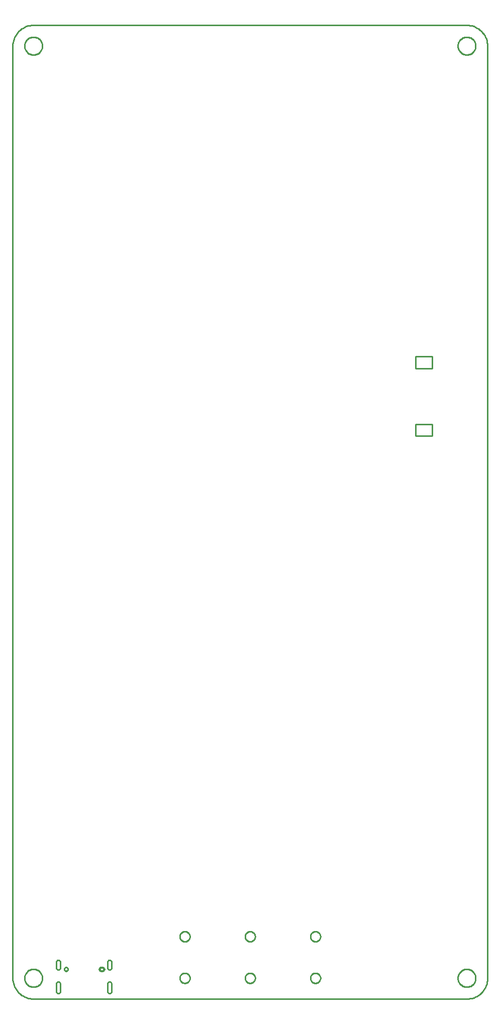
<source format=gbr>
G04 EAGLE Gerber RS-274X export*
G75*
%MOMM*%
%FSLAX34Y34*%
%LPD*%
%IN*%
%IPPOS*%
%AMOC8*
5,1,8,0,0,1.08239X$1,22.5*%
G01*
%ADD10C,0.254000*%


D10*
X0Y35000D02*
X133Y31950D01*
X532Y28922D01*
X1193Y25941D01*
X2111Y23029D01*
X3279Y20208D01*
X4689Y17500D01*
X6330Y14925D01*
X8188Y12502D01*
X10251Y10251D01*
X12502Y8188D01*
X14925Y6330D01*
X17500Y4689D01*
X20208Y3279D01*
X23029Y2111D01*
X25941Y1193D01*
X28922Y532D01*
X31950Y133D01*
X35000Y0D01*
X765000Y0D01*
X768009Y88D01*
X770998Y437D01*
X773946Y1046D01*
X776830Y1910D01*
X779627Y3021D01*
X782317Y4372D01*
X784879Y5952D01*
X787293Y7750D01*
X789542Y9751D01*
X791607Y11941D01*
X793474Y14302D01*
X795128Y16817D01*
X796556Y19467D01*
X797748Y22230D01*
X798695Y25088D01*
X799389Y28017D01*
X799825Y30995D01*
X800000Y34000D01*
X800000Y1605000D01*
X799867Y1608050D01*
X799468Y1611078D01*
X798807Y1614059D01*
X797889Y1616971D01*
X796721Y1619792D01*
X795311Y1622500D01*
X793670Y1625075D01*
X791812Y1627498D01*
X789749Y1629749D01*
X787498Y1631812D01*
X785075Y1633670D01*
X782500Y1635311D01*
X779792Y1636721D01*
X776971Y1637889D01*
X774059Y1638807D01*
X771078Y1639468D01*
X768050Y1639867D01*
X765000Y1640000D01*
X35000Y1640000D01*
X31950Y1639867D01*
X28922Y1639468D01*
X25941Y1638807D01*
X23029Y1637889D01*
X20208Y1636721D01*
X17500Y1635311D01*
X14925Y1633670D01*
X12502Y1631812D01*
X10251Y1629749D01*
X8188Y1627498D01*
X6330Y1625075D01*
X4689Y1622500D01*
X3279Y1619792D01*
X2111Y1616971D01*
X1193Y1614059D01*
X532Y1611078D01*
X133Y1608050D01*
X0Y1605000D01*
X0Y35000D01*
X678500Y1062000D02*
X706500Y1062000D01*
X706500Y1082000D01*
X678500Y1082000D01*
X678500Y1062000D01*
X678500Y948000D02*
X706500Y948000D01*
X706500Y968000D01*
X678500Y968000D01*
X678500Y948000D01*
X145600Y50000D02*
X145612Y49725D01*
X145648Y49453D01*
X145707Y49185D01*
X145790Y48923D01*
X145895Y48669D01*
X146022Y48425D01*
X146170Y48193D01*
X146337Y47975D01*
X146523Y47773D01*
X146725Y47587D01*
X146943Y47420D01*
X147175Y47272D01*
X147419Y47145D01*
X147673Y47040D01*
X147935Y46957D01*
X148203Y46898D01*
X148475Y46862D01*
X148750Y46850D01*
X151250Y46850D01*
X151525Y46862D01*
X151797Y46898D01*
X152065Y46957D01*
X152327Y47040D01*
X152581Y47145D01*
X152825Y47272D01*
X153057Y47420D01*
X153275Y47587D01*
X153477Y47773D01*
X153663Y47975D01*
X153830Y48193D01*
X153978Y48425D01*
X154105Y48669D01*
X154210Y48923D01*
X154293Y49185D01*
X154352Y49453D01*
X154388Y49725D01*
X154400Y50000D01*
X154388Y50275D01*
X154352Y50547D01*
X154293Y50815D01*
X154210Y51077D01*
X154105Y51331D01*
X153978Y51575D01*
X153830Y51807D01*
X153663Y52025D01*
X153477Y52227D01*
X153275Y52413D01*
X153057Y52580D01*
X152825Y52728D01*
X152581Y52855D01*
X152327Y52960D01*
X152065Y53043D01*
X151797Y53102D01*
X151525Y53138D01*
X151250Y53150D01*
X148750Y53150D01*
X148475Y53138D01*
X148203Y53102D01*
X147935Y53043D01*
X147673Y52960D01*
X147419Y52855D01*
X147175Y52728D01*
X146943Y52580D01*
X146725Y52413D01*
X146523Y52227D01*
X146337Y52025D01*
X146170Y51807D01*
X146022Y51575D01*
X145895Y51331D01*
X145790Y51077D01*
X145707Y50815D01*
X145648Y50547D01*
X145612Y50275D01*
X145600Y50000D01*
X73550Y12500D02*
X73562Y12217D01*
X73599Y11936D01*
X73661Y11659D01*
X73746Y11388D01*
X73855Y11127D01*
X73985Y10875D01*
X74138Y10636D01*
X74310Y10411D01*
X74502Y10202D01*
X74711Y10010D01*
X74936Y9838D01*
X75175Y9685D01*
X75427Y9555D01*
X75688Y9446D01*
X75959Y9361D01*
X76236Y9299D01*
X76517Y9262D01*
X76800Y9250D01*
X77083Y9262D01*
X77364Y9299D01*
X77641Y9361D01*
X77912Y9446D01*
X78174Y9555D01*
X78425Y9685D01*
X78664Y9838D01*
X78889Y10010D01*
X79098Y10202D01*
X79290Y10411D01*
X79462Y10636D01*
X79615Y10875D01*
X79746Y11127D01*
X79854Y11388D01*
X79939Y11659D01*
X80001Y11936D01*
X80038Y12217D01*
X80050Y12500D01*
X80050Y25500D01*
X80038Y25783D01*
X80001Y26064D01*
X79939Y26341D01*
X79854Y26612D01*
X79746Y26874D01*
X79615Y27125D01*
X79462Y27364D01*
X79290Y27589D01*
X79098Y27798D01*
X78889Y27990D01*
X78664Y28162D01*
X78425Y28315D01*
X78174Y28446D01*
X77912Y28554D01*
X77641Y28639D01*
X77364Y28701D01*
X77083Y28738D01*
X76800Y28750D01*
X76517Y28738D01*
X76236Y28701D01*
X75959Y28639D01*
X75688Y28554D01*
X75427Y28446D01*
X75175Y28315D01*
X74936Y28162D01*
X74711Y27990D01*
X74502Y27798D01*
X74310Y27589D01*
X74138Y27364D01*
X73985Y27125D01*
X73855Y26874D01*
X73746Y26612D01*
X73661Y26341D01*
X73599Y26064D01*
X73562Y25783D01*
X73550Y25500D01*
X73550Y12500D01*
X159950Y12500D02*
X159962Y12217D01*
X159999Y11936D01*
X160061Y11659D01*
X160146Y11388D01*
X160255Y11127D01*
X160385Y10875D01*
X160538Y10636D01*
X160710Y10411D01*
X160902Y10202D01*
X161111Y10010D01*
X161336Y9838D01*
X161575Y9685D01*
X161827Y9555D01*
X162088Y9446D01*
X162359Y9361D01*
X162636Y9299D01*
X162917Y9262D01*
X163200Y9250D01*
X163483Y9262D01*
X163764Y9299D01*
X164041Y9361D01*
X164312Y9446D01*
X164574Y9555D01*
X164825Y9685D01*
X165064Y9838D01*
X165289Y10010D01*
X165498Y10202D01*
X165690Y10411D01*
X165862Y10636D01*
X166015Y10875D01*
X166146Y11127D01*
X166254Y11388D01*
X166339Y11659D01*
X166401Y11936D01*
X166438Y12217D01*
X166450Y12500D01*
X166450Y25500D01*
X166438Y25783D01*
X166401Y26064D01*
X166339Y26341D01*
X166254Y26612D01*
X166146Y26874D01*
X166015Y27125D01*
X165862Y27364D01*
X165690Y27589D01*
X165498Y27798D01*
X165289Y27990D01*
X165064Y28162D01*
X164825Y28315D01*
X164574Y28446D01*
X164312Y28554D01*
X164041Y28639D01*
X163764Y28701D01*
X163483Y28738D01*
X163200Y28750D01*
X162917Y28738D01*
X162636Y28701D01*
X162359Y28639D01*
X162088Y28554D01*
X161827Y28446D01*
X161575Y28315D01*
X161336Y28162D01*
X161111Y27990D01*
X160902Y27798D01*
X160710Y27589D01*
X160538Y27364D01*
X160385Y27125D01*
X160255Y26874D01*
X160146Y26612D01*
X160061Y26341D01*
X159999Y26064D01*
X159962Y25783D01*
X159950Y25500D01*
X159950Y12500D01*
X73550Y52250D02*
X73562Y51967D01*
X73599Y51686D01*
X73661Y51409D01*
X73746Y51138D01*
X73855Y50877D01*
X73985Y50625D01*
X74138Y50386D01*
X74310Y50161D01*
X74502Y49952D01*
X74711Y49760D01*
X74936Y49588D01*
X75175Y49435D01*
X75427Y49305D01*
X75688Y49196D01*
X75959Y49111D01*
X76236Y49049D01*
X76517Y49012D01*
X76800Y49000D01*
X77083Y49012D01*
X77364Y49049D01*
X77641Y49111D01*
X77912Y49196D01*
X78174Y49305D01*
X78425Y49435D01*
X78664Y49588D01*
X78889Y49760D01*
X79098Y49952D01*
X79290Y50161D01*
X79462Y50386D01*
X79615Y50625D01*
X79746Y50877D01*
X79854Y51138D01*
X79939Y51409D01*
X80001Y51686D01*
X80038Y51967D01*
X80050Y52250D01*
X80050Y62250D01*
X80038Y62533D01*
X80001Y62814D01*
X79939Y63091D01*
X79854Y63362D01*
X79746Y63624D01*
X79615Y63875D01*
X79462Y64114D01*
X79290Y64339D01*
X79098Y64548D01*
X78889Y64740D01*
X78664Y64912D01*
X78425Y65065D01*
X78174Y65196D01*
X77912Y65304D01*
X77641Y65389D01*
X77364Y65451D01*
X77083Y65488D01*
X76800Y65500D01*
X76517Y65488D01*
X76236Y65451D01*
X75959Y65389D01*
X75688Y65304D01*
X75427Y65196D01*
X75175Y65065D01*
X74936Y64912D01*
X74711Y64740D01*
X74502Y64548D01*
X74310Y64339D01*
X74138Y64114D01*
X73985Y63875D01*
X73855Y63624D01*
X73746Y63362D01*
X73661Y63091D01*
X73599Y62814D01*
X73562Y62533D01*
X73550Y62250D01*
X73550Y52250D01*
X159950Y52250D02*
X159962Y51967D01*
X159999Y51686D01*
X160061Y51409D01*
X160146Y51138D01*
X160255Y50877D01*
X160385Y50625D01*
X160538Y50386D01*
X160710Y50161D01*
X160902Y49952D01*
X161111Y49760D01*
X161336Y49588D01*
X161575Y49435D01*
X161827Y49305D01*
X162088Y49196D01*
X162359Y49111D01*
X162636Y49049D01*
X162917Y49012D01*
X163200Y49000D01*
X163483Y49012D01*
X163764Y49049D01*
X164041Y49111D01*
X164312Y49196D01*
X164574Y49305D01*
X164825Y49435D01*
X165064Y49588D01*
X165289Y49760D01*
X165498Y49952D01*
X165690Y50161D01*
X165862Y50386D01*
X166015Y50625D01*
X166146Y50877D01*
X166254Y51138D01*
X166339Y51409D01*
X166401Y51686D01*
X166438Y51967D01*
X166450Y52250D01*
X166450Y62250D01*
X166438Y62533D01*
X166401Y62814D01*
X166339Y63091D01*
X166254Y63362D01*
X166146Y63624D01*
X166015Y63875D01*
X165862Y64114D01*
X165690Y64339D01*
X165498Y64548D01*
X165289Y64740D01*
X165064Y64912D01*
X164825Y65065D01*
X164574Y65196D01*
X164312Y65304D01*
X164041Y65389D01*
X163764Y65451D01*
X163483Y65488D01*
X163200Y65500D01*
X162917Y65488D01*
X162636Y65451D01*
X162359Y65389D01*
X162088Y65304D01*
X161827Y65196D01*
X161575Y65065D01*
X161336Y64912D01*
X161111Y64740D01*
X160902Y64548D01*
X160710Y64339D01*
X160538Y64114D01*
X160385Y63875D01*
X160255Y63624D01*
X160146Y63362D01*
X160061Y63091D01*
X159999Y62814D01*
X159962Y62533D01*
X159950Y62250D01*
X159950Y52250D01*
X780000Y34464D02*
X779924Y33396D01*
X779771Y32335D01*
X779543Y31288D01*
X779241Y30260D01*
X778867Y29256D01*
X778422Y28281D01*
X777908Y27341D01*
X777329Y26440D01*
X776687Y25582D01*
X775985Y24772D01*
X775228Y24015D01*
X774418Y23313D01*
X773560Y22671D01*
X772659Y22092D01*
X771719Y21578D01*
X770744Y21133D01*
X769740Y20759D01*
X768712Y20457D01*
X767665Y20229D01*
X766604Y20076D01*
X765536Y20000D01*
X764464Y20000D01*
X763396Y20076D01*
X762335Y20229D01*
X761288Y20457D01*
X760260Y20759D01*
X759256Y21133D01*
X758281Y21578D01*
X757341Y22092D01*
X756440Y22671D01*
X755582Y23313D01*
X754772Y24015D01*
X754015Y24772D01*
X753313Y25582D01*
X752671Y26440D01*
X752092Y27341D01*
X751578Y28281D01*
X751133Y29256D01*
X750759Y30260D01*
X750457Y31288D01*
X750229Y32335D01*
X750076Y33396D01*
X750000Y34464D01*
X750000Y35536D01*
X750076Y36604D01*
X750229Y37665D01*
X750457Y38712D01*
X750759Y39740D01*
X751133Y40744D01*
X751578Y41719D01*
X752092Y42659D01*
X752671Y43560D01*
X753313Y44418D01*
X754015Y45228D01*
X754772Y45985D01*
X755582Y46687D01*
X756440Y47329D01*
X757341Y47908D01*
X758281Y48422D01*
X759256Y48867D01*
X760260Y49241D01*
X761288Y49543D01*
X762335Y49771D01*
X763396Y49924D01*
X764464Y50000D01*
X765536Y50000D01*
X766604Y49924D01*
X767665Y49771D01*
X768712Y49543D01*
X769740Y49241D01*
X770744Y48867D01*
X771719Y48422D01*
X772659Y47908D01*
X773560Y47329D01*
X774418Y46687D01*
X775228Y45985D01*
X775985Y45228D01*
X776687Y44418D01*
X777329Y43560D01*
X777908Y42659D01*
X778422Y41719D01*
X778867Y40744D01*
X779241Y39740D01*
X779543Y38712D01*
X779771Y37665D01*
X779924Y36604D01*
X780000Y35536D01*
X780000Y34464D01*
X50000Y34464D02*
X49924Y33396D01*
X49771Y32335D01*
X49543Y31288D01*
X49241Y30260D01*
X48867Y29256D01*
X48422Y28281D01*
X47908Y27341D01*
X47329Y26440D01*
X46687Y25582D01*
X45985Y24772D01*
X45228Y24015D01*
X44418Y23313D01*
X43560Y22671D01*
X42659Y22092D01*
X41719Y21578D01*
X40744Y21133D01*
X39740Y20759D01*
X38712Y20457D01*
X37665Y20229D01*
X36604Y20076D01*
X35536Y20000D01*
X34464Y20000D01*
X33396Y20076D01*
X32335Y20229D01*
X31288Y20457D01*
X30260Y20759D01*
X29256Y21133D01*
X28281Y21578D01*
X27341Y22092D01*
X26440Y22671D01*
X25582Y23313D01*
X24772Y24015D01*
X24015Y24772D01*
X23313Y25582D01*
X22671Y26440D01*
X22092Y27341D01*
X21578Y28281D01*
X21133Y29256D01*
X20759Y30260D01*
X20457Y31288D01*
X20229Y32335D01*
X20076Y33396D01*
X20000Y34464D01*
X20000Y35536D01*
X20076Y36604D01*
X20229Y37665D01*
X20457Y38712D01*
X20759Y39740D01*
X21133Y40744D01*
X21578Y41719D01*
X22092Y42659D01*
X22671Y43560D01*
X23313Y44418D01*
X24015Y45228D01*
X24772Y45985D01*
X25582Y46687D01*
X26440Y47329D01*
X27341Y47908D01*
X28281Y48422D01*
X29256Y48867D01*
X30260Y49241D01*
X31288Y49543D01*
X32335Y49771D01*
X33396Y49924D01*
X34464Y50000D01*
X35536Y50000D01*
X36604Y49924D01*
X37665Y49771D01*
X38712Y49543D01*
X39740Y49241D01*
X40744Y48867D01*
X41719Y48422D01*
X42659Y47908D01*
X43560Y47329D01*
X44418Y46687D01*
X45228Y45985D01*
X45985Y45228D01*
X46687Y44418D01*
X47329Y43560D01*
X47908Y42659D01*
X48422Y41719D01*
X48867Y40744D01*
X49241Y39740D01*
X49543Y38712D01*
X49771Y37665D01*
X49924Y36604D01*
X50000Y35536D01*
X50000Y34464D01*
X50000Y1604464D02*
X49924Y1603396D01*
X49771Y1602335D01*
X49543Y1601288D01*
X49241Y1600260D01*
X48867Y1599256D01*
X48422Y1598281D01*
X47908Y1597341D01*
X47329Y1596440D01*
X46687Y1595582D01*
X45985Y1594772D01*
X45228Y1594015D01*
X44418Y1593313D01*
X43560Y1592671D01*
X42659Y1592092D01*
X41719Y1591578D01*
X40744Y1591133D01*
X39740Y1590759D01*
X38712Y1590457D01*
X37665Y1590229D01*
X36604Y1590076D01*
X35536Y1590000D01*
X34464Y1590000D01*
X33396Y1590076D01*
X32335Y1590229D01*
X31288Y1590457D01*
X30260Y1590759D01*
X29256Y1591133D01*
X28281Y1591578D01*
X27341Y1592092D01*
X26440Y1592671D01*
X25582Y1593313D01*
X24772Y1594015D01*
X24015Y1594772D01*
X23313Y1595582D01*
X22671Y1596440D01*
X22092Y1597341D01*
X21578Y1598281D01*
X21133Y1599256D01*
X20759Y1600260D01*
X20457Y1601288D01*
X20229Y1602335D01*
X20076Y1603396D01*
X20000Y1604464D01*
X20000Y1605536D01*
X20076Y1606604D01*
X20229Y1607665D01*
X20457Y1608712D01*
X20759Y1609740D01*
X21133Y1610744D01*
X21578Y1611719D01*
X22092Y1612659D01*
X22671Y1613560D01*
X23313Y1614418D01*
X24015Y1615228D01*
X24772Y1615985D01*
X25582Y1616687D01*
X26440Y1617329D01*
X27341Y1617908D01*
X28281Y1618422D01*
X29256Y1618867D01*
X30260Y1619241D01*
X31288Y1619543D01*
X32335Y1619771D01*
X33396Y1619924D01*
X34464Y1620000D01*
X35536Y1620000D01*
X36604Y1619924D01*
X37665Y1619771D01*
X38712Y1619543D01*
X39740Y1619241D01*
X40744Y1618867D01*
X41719Y1618422D01*
X42659Y1617908D01*
X43560Y1617329D01*
X44418Y1616687D01*
X45228Y1615985D01*
X45985Y1615228D01*
X46687Y1614418D01*
X47329Y1613560D01*
X47908Y1612659D01*
X48422Y1611719D01*
X48867Y1610744D01*
X49241Y1609740D01*
X49543Y1608712D01*
X49771Y1607665D01*
X49924Y1606604D01*
X50000Y1605536D01*
X50000Y1604464D01*
X780000Y1604464D02*
X779924Y1603396D01*
X779771Y1602335D01*
X779543Y1601288D01*
X779241Y1600260D01*
X778867Y1599256D01*
X778422Y1598281D01*
X777908Y1597341D01*
X777329Y1596440D01*
X776687Y1595582D01*
X775985Y1594772D01*
X775228Y1594015D01*
X774418Y1593313D01*
X773560Y1592671D01*
X772659Y1592092D01*
X771719Y1591578D01*
X770744Y1591133D01*
X769740Y1590759D01*
X768712Y1590457D01*
X767665Y1590229D01*
X766604Y1590076D01*
X765536Y1590000D01*
X764464Y1590000D01*
X763396Y1590076D01*
X762335Y1590229D01*
X761288Y1590457D01*
X760260Y1590759D01*
X759256Y1591133D01*
X758281Y1591578D01*
X757341Y1592092D01*
X756440Y1592671D01*
X755582Y1593313D01*
X754772Y1594015D01*
X754015Y1594772D01*
X753313Y1595582D01*
X752671Y1596440D01*
X752092Y1597341D01*
X751578Y1598281D01*
X751133Y1599256D01*
X750759Y1600260D01*
X750457Y1601288D01*
X750229Y1602335D01*
X750076Y1603396D01*
X750000Y1604464D01*
X750000Y1605536D01*
X750076Y1606604D01*
X750229Y1607665D01*
X750457Y1608712D01*
X750759Y1609740D01*
X751133Y1610744D01*
X751578Y1611719D01*
X752092Y1612659D01*
X752671Y1613560D01*
X753313Y1614418D01*
X754015Y1615228D01*
X754772Y1615985D01*
X755582Y1616687D01*
X756440Y1617329D01*
X757341Y1617908D01*
X758281Y1618422D01*
X759256Y1618867D01*
X760260Y1619241D01*
X761288Y1619543D01*
X762335Y1619771D01*
X763396Y1619924D01*
X764464Y1620000D01*
X765536Y1620000D01*
X766604Y1619924D01*
X767665Y1619771D01*
X768712Y1619543D01*
X769740Y1619241D01*
X770744Y1618867D01*
X771719Y1618422D01*
X772659Y1617908D01*
X773560Y1617329D01*
X774418Y1616687D01*
X775228Y1615985D01*
X775985Y1615228D01*
X776687Y1614418D01*
X777329Y1613560D01*
X777908Y1612659D01*
X778422Y1611719D01*
X778867Y1610744D01*
X779241Y1609740D01*
X779543Y1608712D01*
X779771Y1607665D01*
X779924Y1606604D01*
X780000Y1605536D01*
X780000Y1604464D01*
X510371Y43500D02*
X511111Y43435D01*
X511842Y43306D01*
X512558Y43114D01*
X513256Y42860D01*
X513929Y42547D01*
X514571Y42176D01*
X515179Y41750D01*
X515748Y41273D01*
X516273Y40748D01*
X516750Y40179D01*
X517176Y39571D01*
X517547Y38929D01*
X517860Y38256D01*
X518114Y37558D01*
X518306Y36842D01*
X518435Y36111D01*
X518500Y35371D01*
X518500Y34629D01*
X518435Y33889D01*
X518306Y33159D01*
X518114Y32442D01*
X517860Y31744D01*
X517547Y31071D01*
X517176Y30429D01*
X516750Y29821D01*
X516273Y29252D01*
X515748Y28727D01*
X515179Y28250D01*
X514571Y27824D01*
X513929Y27453D01*
X513256Y27140D01*
X512558Y26886D01*
X511842Y26694D01*
X511111Y26565D01*
X510371Y26500D01*
X509629Y26500D01*
X508889Y26565D01*
X508159Y26694D01*
X507442Y26886D01*
X506744Y27140D01*
X506071Y27453D01*
X505429Y27824D01*
X504821Y28250D01*
X504252Y28727D01*
X503727Y29252D01*
X503250Y29821D01*
X502824Y30429D01*
X502453Y31071D01*
X502140Y31744D01*
X501886Y32442D01*
X501694Y33159D01*
X501565Y33889D01*
X501500Y34629D01*
X501500Y35371D01*
X501565Y36111D01*
X501694Y36842D01*
X501886Y37558D01*
X502140Y38256D01*
X502453Y38929D01*
X502824Y39571D01*
X503250Y40179D01*
X503727Y40748D01*
X504252Y41273D01*
X504821Y41750D01*
X505429Y42176D01*
X506071Y42547D01*
X506744Y42860D01*
X507442Y43114D01*
X508159Y43306D01*
X508889Y43435D01*
X509629Y43500D01*
X510371Y43500D01*
X510371Y113500D02*
X511111Y113435D01*
X511842Y113306D01*
X512558Y113114D01*
X513256Y112860D01*
X513929Y112547D01*
X514571Y112176D01*
X515179Y111750D01*
X515748Y111273D01*
X516273Y110748D01*
X516750Y110179D01*
X517176Y109571D01*
X517547Y108929D01*
X517860Y108256D01*
X518114Y107558D01*
X518306Y106842D01*
X518435Y106111D01*
X518500Y105371D01*
X518500Y104629D01*
X518435Y103889D01*
X518306Y103159D01*
X518114Y102442D01*
X517860Y101744D01*
X517547Y101071D01*
X517176Y100429D01*
X516750Y99821D01*
X516273Y99252D01*
X515748Y98727D01*
X515179Y98250D01*
X514571Y97824D01*
X513929Y97453D01*
X513256Y97140D01*
X512558Y96886D01*
X511842Y96694D01*
X511111Y96565D01*
X510371Y96500D01*
X509629Y96500D01*
X508889Y96565D01*
X508159Y96694D01*
X507442Y96886D01*
X506744Y97140D01*
X506071Y97453D01*
X505429Y97824D01*
X504821Y98250D01*
X504252Y98727D01*
X503727Y99252D01*
X503250Y99821D01*
X502824Y100429D01*
X502453Y101071D01*
X502140Y101744D01*
X501886Y102442D01*
X501694Y103159D01*
X501565Y103889D01*
X501500Y104629D01*
X501500Y105371D01*
X501565Y106111D01*
X501694Y106842D01*
X501886Y107558D01*
X502140Y108256D01*
X502453Y108929D01*
X502824Y109571D01*
X503250Y110179D01*
X503727Y110748D01*
X504252Y111273D01*
X504821Y111750D01*
X505429Y112176D01*
X506071Y112547D01*
X506744Y112860D01*
X507442Y113114D01*
X508159Y113306D01*
X508889Y113435D01*
X509629Y113500D01*
X510371Y113500D01*
X153000Y49764D02*
X152926Y49298D01*
X152780Y48848D01*
X152566Y48428D01*
X152288Y48046D01*
X151954Y47712D01*
X151572Y47434D01*
X151152Y47220D01*
X150703Y47074D01*
X150236Y47000D01*
X149764Y47000D01*
X149298Y47074D01*
X148848Y47220D01*
X148428Y47434D01*
X148046Y47712D01*
X147712Y48046D01*
X147434Y48428D01*
X147220Y48848D01*
X147074Y49298D01*
X147000Y49764D01*
X147000Y50236D01*
X147074Y50703D01*
X147220Y51152D01*
X147434Y51572D01*
X147712Y51954D01*
X148046Y52288D01*
X148428Y52566D01*
X148848Y52780D01*
X149298Y52926D01*
X149764Y53000D01*
X150236Y53000D01*
X150703Y52926D01*
X151152Y52780D01*
X151572Y52566D01*
X151954Y52288D01*
X152288Y51954D01*
X152566Y51572D01*
X152780Y51152D01*
X152926Y50703D01*
X153000Y50236D01*
X153000Y49764D01*
X153150Y49752D02*
X153072Y49262D01*
X152919Y48791D01*
X152694Y48349D01*
X152403Y47948D01*
X152052Y47597D01*
X151651Y47306D01*
X151209Y47081D01*
X150738Y46928D01*
X150248Y46850D01*
X149752Y46850D01*
X149262Y46928D01*
X148791Y47081D01*
X148349Y47306D01*
X147948Y47597D01*
X147597Y47948D01*
X147306Y48349D01*
X147081Y48791D01*
X146928Y49262D01*
X146850Y49752D01*
X146850Y50248D01*
X146928Y50738D01*
X147081Y51209D01*
X147306Y51651D01*
X147597Y52052D01*
X147948Y52403D01*
X148349Y52694D01*
X148791Y52919D01*
X149262Y53072D01*
X149752Y53150D01*
X150248Y53150D01*
X150738Y53072D01*
X151209Y52919D01*
X151651Y52694D01*
X152052Y52403D01*
X152403Y52052D01*
X152694Y51651D01*
X152919Y51209D01*
X153072Y50738D01*
X153150Y50248D01*
X153150Y49752D01*
X93150Y49752D02*
X93072Y49262D01*
X92919Y48791D01*
X92694Y48349D01*
X92403Y47948D01*
X92052Y47597D01*
X91651Y47306D01*
X91209Y47081D01*
X90738Y46928D01*
X90248Y46850D01*
X89752Y46850D01*
X89262Y46928D01*
X88791Y47081D01*
X88349Y47306D01*
X87948Y47597D01*
X87597Y47948D01*
X87306Y48349D01*
X87081Y48791D01*
X86928Y49262D01*
X86850Y49752D01*
X86850Y50248D01*
X86928Y50738D01*
X87081Y51209D01*
X87306Y51651D01*
X87597Y52052D01*
X87948Y52403D01*
X88349Y52694D01*
X88791Y52919D01*
X89262Y53072D01*
X89752Y53150D01*
X90248Y53150D01*
X90738Y53072D01*
X91209Y52919D01*
X91651Y52694D01*
X92052Y52403D01*
X92403Y52052D01*
X92694Y51651D01*
X92919Y51209D01*
X93072Y50738D01*
X93150Y50248D01*
X93150Y49752D01*
X290371Y43500D02*
X291111Y43435D01*
X291842Y43306D01*
X292558Y43114D01*
X293256Y42860D01*
X293929Y42547D01*
X294571Y42176D01*
X295179Y41750D01*
X295748Y41273D01*
X296273Y40748D01*
X296750Y40179D01*
X297176Y39571D01*
X297547Y38929D01*
X297860Y38256D01*
X298114Y37558D01*
X298306Y36842D01*
X298435Y36111D01*
X298500Y35371D01*
X298500Y34629D01*
X298435Y33889D01*
X298306Y33159D01*
X298114Y32442D01*
X297860Y31744D01*
X297547Y31071D01*
X297176Y30429D01*
X296750Y29821D01*
X296273Y29252D01*
X295748Y28727D01*
X295179Y28250D01*
X294571Y27824D01*
X293929Y27453D01*
X293256Y27140D01*
X292558Y26886D01*
X291842Y26694D01*
X291111Y26565D01*
X290371Y26500D01*
X289629Y26500D01*
X288889Y26565D01*
X288159Y26694D01*
X287442Y26886D01*
X286744Y27140D01*
X286071Y27453D01*
X285429Y27824D01*
X284821Y28250D01*
X284252Y28727D01*
X283727Y29252D01*
X283250Y29821D01*
X282824Y30429D01*
X282453Y31071D01*
X282140Y31744D01*
X281886Y32442D01*
X281694Y33159D01*
X281565Y33889D01*
X281500Y34629D01*
X281500Y35371D01*
X281565Y36111D01*
X281694Y36842D01*
X281886Y37558D01*
X282140Y38256D01*
X282453Y38929D01*
X282824Y39571D01*
X283250Y40179D01*
X283727Y40748D01*
X284252Y41273D01*
X284821Y41750D01*
X285429Y42176D01*
X286071Y42547D01*
X286744Y42860D01*
X287442Y43114D01*
X288159Y43306D01*
X288889Y43435D01*
X289629Y43500D01*
X290371Y43500D01*
X290371Y113500D02*
X291111Y113435D01*
X291842Y113306D01*
X292558Y113114D01*
X293256Y112860D01*
X293929Y112547D01*
X294571Y112176D01*
X295179Y111750D01*
X295748Y111273D01*
X296273Y110748D01*
X296750Y110179D01*
X297176Y109571D01*
X297547Y108929D01*
X297860Y108256D01*
X298114Y107558D01*
X298306Y106842D01*
X298435Y106111D01*
X298500Y105371D01*
X298500Y104629D01*
X298435Y103889D01*
X298306Y103159D01*
X298114Y102442D01*
X297860Y101744D01*
X297547Y101071D01*
X297176Y100429D01*
X296750Y99821D01*
X296273Y99252D01*
X295748Y98727D01*
X295179Y98250D01*
X294571Y97824D01*
X293929Y97453D01*
X293256Y97140D01*
X292558Y96886D01*
X291842Y96694D01*
X291111Y96565D01*
X290371Y96500D01*
X289629Y96500D01*
X288889Y96565D01*
X288159Y96694D01*
X287442Y96886D01*
X286744Y97140D01*
X286071Y97453D01*
X285429Y97824D01*
X284821Y98250D01*
X284252Y98727D01*
X283727Y99252D01*
X283250Y99821D01*
X282824Y100429D01*
X282453Y101071D01*
X282140Y101744D01*
X281886Y102442D01*
X281694Y103159D01*
X281565Y103889D01*
X281500Y104629D01*
X281500Y105371D01*
X281565Y106111D01*
X281694Y106842D01*
X281886Y107558D01*
X282140Y108256D01*
X282453Y108929D01*
X282824Y109571D01*
X283250Y110179D01*
X283727Y110748D01*
X284252Y111273D01*
X284821Y111750D01*
X285429Y112176D01*
X286071Y112547D01*
X286744Y112860D01*
X287442Y113114D01*
X288159Y113306D01*
X288889Y113435D01*
X289629Y113500D01*
X290371Y113500D01*
X400371Y43500D02*
X401111Y43435D01*
X401842Y43306D01*
X402558Y43114D01*
X403256Y42860D01*
X403929Y42547D01*
X404571Y42176D01*
X405179Y41750D01*
X405748Y41273D01*
X406273Y40748D01*
X406750Y40179D01*
X407176Y39571D01*
X407547Y38929D01*
X407860Y38256D01*
X408114Y37558D01*
X408306Y36842D01*
X408435Y36111D01*
X408500Y35371D01*
X408500Y34629D01*
X408435Y33889D01*
X408306Y33159D01*
X408114Y32442D01*
X407860Y31744D01*
X407547Y31071D01*
X407176Y30429D01*
X406750Y29821D01*
X406273Y29252D01*
X405748Y28727D01*
X405179Y28250D01*
X404571Y27824D01*
X403929Y27453D01*
X403256Y27140D01*
X402558Y26886D01*
X401842Y26694D01*
X401111Y26565D01*
X400371Y26500D01*
X399629Y26500D01*
X398889Y26565D01*
X398159Y26694D01*
X397442Y26886D01*
X396744Y27140D01*
X396071Y27453D01*
X395429Y27824D01*
X394821Y28250D01*
X394252Y28727D01*
X393727Y29252D01*
X393250Y29821D01*
X392824Y30429D01*
X392453Y31071D01*
X392140Y31744D01*
X391886Y32442D01*
X391694Y33159D01*
X391565Y33889D01*
X391500Y34629D01*
X391500Y35371D01*
X391565Y36111D01*
X391694Y36842D01*
X391886Y37558D01*
X392140Y38256D01*
X392453Y38929D01*
X392824Y39571D01*
X393250Y40179D01*
X393727Y40748D01*
X394252Y41273D01*
X394821Y41750D01*
X395429Y42176D01*
X396071Y42547D01*
X396744Y42860D01*
X397442Y43114D01*
X398159Y43306D01*
X398889Y43435D01*
X399629Y43500D01*
X400371Y43500D01*
X400371Y113500D02*
X401111Y113435D01*
X401842Y113306D01*
X402558Y113114D01*
X403256Y112860D01*
X403929Y112547D01*
X404571Y112176D01*
X405179Y111750D01*
X405748Y111273D01*
X406273Y110748D01*
X406750Y110179D01*
X407176Y109571D01*
X407547Y108929D01*
X407860Y108256D01*
X408114Y107558D01*
X408306Y106842D01*
X408435Y106111D01*
X408500Y105371D01*
X408500Y104629D01*
X408435Y103889D01*
X408306Y103159D01*
X408114Y102442D01*
X407860Y101744D01*
X407547Y101071D01*
X407176Y100429D01*
X406750Y99821D01*
X406273Y99252D01*
X405748Y98727D01*
X405179Y98250D01*
X404571Y97824D01*
X403929Y97453D01*
X403256Y97140D01*
X402558Y96886D01*
X401842Y96694D01*
X401111Y96565D01*
X400371Y96500D01*
X399629Y96500D01*
X398889Y96565D01*
X398159Y96694D01*
X397442Y96886D01*
X396744Y97140D01*
X396071Y97453D01*
X395429Y97824D01*
X394821Y98250D01*
X394252Y98727D01*
X393727Y99252D01*
X393250Y99821D01*
X392824Y100429D01*
X392453Y101071D01*
X392140Y101744D01*
X391886Y102442D01*
X391694Y103159D01*
X391565Y103889D01*
X391500Y104629D01*
X391500Y105371D01*
X391565Y106111D01*
X391694Y106842D01*
X391886Y107558D01*
X392140Y108256D01*
X392453Y108929D01*
X392824Y109571D01*
X393250Y110179D01*
X393727Y110748D01*
X394252Y111273D01*
X394821Y111750D01*
X395429Y112176D01*
X396071Y112547D01*
X396744Y112860D01*
X397442Y113114D01*
X398159Y113306D01*
X398889Y113435D01*
X399629Y113500D01*
X400371Y113500D01*
M02*

</source>
